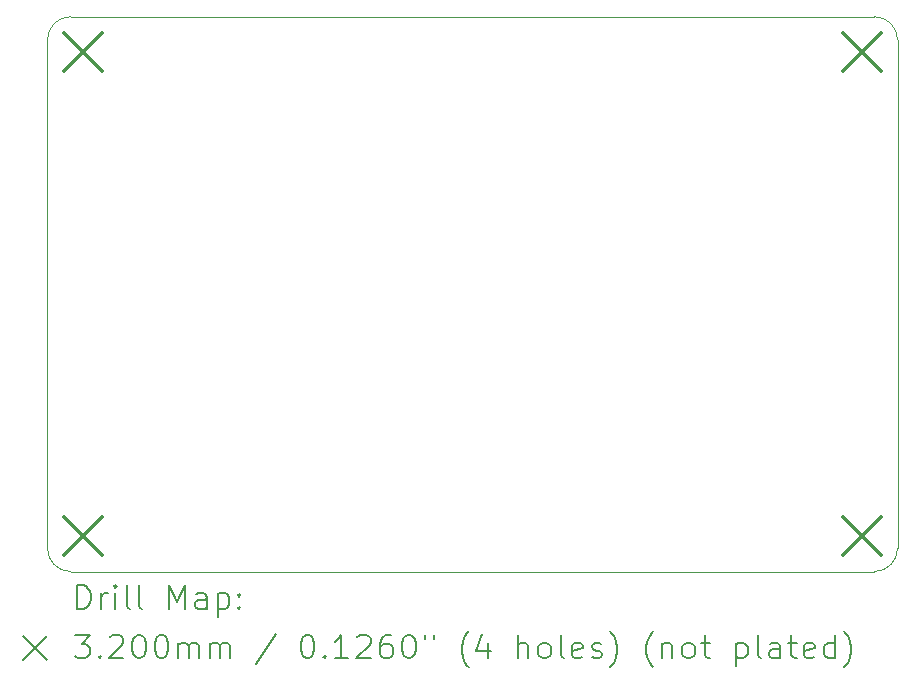
<source format=gbr>
%FSLAX45Y45*%
G04 Gerber Fmt 4.5, Leading zero omitted, Abs format (unit mm)*
G04 Created by KiCad (PCBNEW (6.0.2)) date 2022-03-17 13:32:33*
%MOMM*%
%LPD*%
G01*
G04 APERTURE LIST*
%TA.AperFunction,Profile*%
%ADD10C,0.100000*%
%TD*%
%ADD11C,0.200000*%
%ADD12C,0.320000*%
G04 APERTURE END LIST*
D10*
X12200000Y-12600000D02*
X19000000Y-12600000D01*
X12200000Y-7900000D02*
G75*
G03*
X12000000Y-8100000I0J-200000D01*
G01*
X12200000Y-7900000D02*
X19000000Y-7900000D01*
X19200000Y-8100000D02*
G75*
G03*
X19000000Y-7900000I-200000J0D01*
G01*
X12000000Y-12400000D02*
X12000000Y-8100000D01*
X12000000Y-12400000D02*
G75*
G03*
X12200000Y-12600000I200000J0D01*
G01*
X19000000Y-12600000D02*
G75*
G03*
X19200000Y-12400000I0J200000D01*
G01*
X19200000Y-8100000D02*
X19200000Y-12400000D01*
D11*
D12*
X12140000Y-8040000D02*
X12460000Y-8360000D01*
X12460000Y-8040000D02*
X12140000Y-8360000D01*
X12140000Y-12140000D02*
X12460000Y-12460000D01*
X12460000Y-12140000D02*
X12140000Y-12460000D01*
X18740000Y-8040000D02*
X19060000Y-8360000D01*
X19060000Y-8040000D02*
X18740000Y-8360000D01*
X18740000Y-12140000D02*
X19060000Y-12460000D01*
X19060000Y-12140000D02*
X18740000Y-12460000D01*
D11*
X12252619Y-12915476D02*
X12252619Y-12715476D01*
X12300238Y-12715476D01*
X12328809Y-12725000D01*
X12347857Y-12744048D01*
X12357381Y-12763095D01*
X12366905Y-12801190D01*
X12366905Y-12829762D01*
X12357381Y-12867857D01*
X12347857Y-12886905D01*
X12328809Y-12905952D01*
X12300238Y-12915476D01*
X12252619Y-12915476D01*
X12452619Y-12915476D02*
X12452619Y-12782143D01*
X12452619Y-12820238D02*
X12462143Y-12801190D01*
X12471667Y-12791667D01*
X12490714Y-12782143D01*
X12509762Y-12782143D01*
X12576428Y-12915476D02*
X12576428Y-12782143D01*
X12576428Y-12715476D02*
X12566905Y-12725000D01*
X12576428Y-12734524D01*
X12585952Y-12725000D01*
X12576428Y-12715476D01*
X12576428Y-12734524D01*
X12700238Y-12915476D02*
X12681190Y-12905952D01*
X12671667Y-12886905D01*
X12671667Y-12715476D01*
X12805000Y-12915476D02*
X12785952Y-12905952D01*
X12776428Y-12886905D01*
X12776428Y-12715476D01*
X13033571Y-12915476D02*
X13033571Y-12715476D01*
X13100238Y-12858333D01*
X13166905Y-12715476D01*
X13166905Y-12915476D01*
X13347857Y-12915476D02*
X13347857Y-12810714D01*
X13338333Y-12791667D01*
X13319286Y-12782143D01*
X13281190Y-12782143D01*
X13262143Y-12791667D01*
X13347857Y-12905952D02*
X13328809Y-12915476D01*
X13281190Y-12915476D01*
X13262143Y-12905952D01*
X13252619Y-12886905D01*
X13252619Y-12867857D01*
X13262143Y-12848809D01*
X13281190Y-12839286D01*
X13328809Y-12839286D01*
X13347857Y-12829762D01*
X13443095Y-12782143D02*
X13443095Y-12982143D01*
X13443095Y-12791667D02*
X13462143Y-12782143D01*
X13500238Y-12782143D01*
X13519286Y-12791667D01*
X13528809Y-12801190D01*
X13538333Y-12820238D01*
X13538333Y-12877381D01*
X13528809Y-12896428D01*
X13519286Y-12905952D01*
X13500238Y-12915476D01*
X13462143Y-12915476D01*
X13443095Y-12905952D01*
X13624048Y-12896428D02*
X13633571Y-12905952D01*
X13624048Y-12915476D01*
X13614524Y-12905952D01*
X13624048Y-12896428D01*
X13624048Y-12915476D01*
X13624048Y-12791667D02*
X13633571Y-12801190D01*
X13624048Y-12810714D01*
X13614524Y-12801190D01*
X13624048Y-12791667D01*
X13624048Y-12810714D01*
X11795000Y-13145000D02*
X11995000Y-13345000D01*
X11995000Y-13145000D02*
X11795000Y-13345000D01*
X12233571Y-13135476D02*
X12357381Y-13135476D01*
X12290714Y-13211667D01*
X12319286Y-13211667D01*
X12338333Y-13221190D01*
X12347857Y-13230714D01*
X12357381Y-13249762D01*
X12357381Y-13297381D01*
X12347857Y-13316428D01*
X12338333Y-13325952D01*
X12319286Y-13335476D01*
X12262143Y-13335476D01*
X12243095Y-13325952D01*
X12233571Y-13316428D01*
X12443095Y-13316428D02*
X12452619Y-13325952D01*
X12443095Y-13335476D01*
X12433571Y-13325952D01*
X12443095Y-13316428D01*
X12443095Y-13335476D01*
X12528809Y-13154524D02*
X12538333Y-13145000D01*
X12557381Y-13135476D01*
X12605000Y-13135476D01*
X12624048Y-13145000D01*
X12633571Y-13154524D01*
X12643095Y-13173571D01*
X12643095Y-13192619D01*
X12633571Y-13221190D01*
X12519286Y-13335476D01*
X12643095Y-13335476D01*
X12766905Y-13135476D02*
X12785952Y-13135476D01*
X12805000Y-13145000D01*
X12814524Y-13154524D01*
X12824048Y-13173571D01*
X12833571Y-13211667D01*
X12833571Y-13259286D01*
X12824048Y-13297381D01*
X12814524Y-13316428D01*
X12805000Y-13325952D01*
X12785952Y-13335476D01*
X12766905Y-13335476D01*
X12747857Y-13325952D01*
X12738333Y-13316428D01*
X12728809Y-13297381D01*
X12719286Y-13259286D01*
X12719286Y-13211667D01*
X12728809Y-13173571D01*
X12738333Y-13154524D01*
X12747857Y-13145000D01*
X12766905Y-13135476D01*
X12957381Y-13135476D02*
X12976428Y-13135476D01*
X12995476Y-13145000D01*
X13005000Y-13154524D01*
X13014524Y-13173571D01*
X13024048Y-13211667D01*
X13024048Y-13259286D01*
X13014524Y-13297381D01*
X13005000Y-13316428D01*
X12995476Y-13325952D01*
X12976428Y-13335476D01*
X12957381Y-13335476D01*
X12938333Y-13325952D01*
X12928809Y-13316428D01*
X12919286Y-13297381D01*
X12909762Y-13259286D01*
X12909762Y-13211667D01*
X12919286Y-13173571D01*
X12928809Y-13154524D01*
X12938333Y-13145000D01*
X12957381Y-13135476D01*
X13109762Y-13335476D02*
X13109762Y-13202143D01*
X13109762Y-13221190D02*
X13119286Y-13211667D01*
X13138333Y-13202143D01*
X13166905Y-13202143D01*
X13185952Y-13211667D01*
X13195476Y-13230714D01*
X13195476Y-13335476D01*
X13195476Y-13230714D02*
X13205000Y-13211667D01*
X13224048Y-13202143D01*
X13252619Y-13202143D01*
X13271667Y-13211667D01*
X13281190Y-13230714D01*
X13281190Y-13335476D01*
X13376428Y-13335476D02*
X13376428Y-13202143D01*
X13376428Y-13221190D02*
X13385952Y-13211667D01*
X13405000Y-13202143D01*
X13433571Y-13202143D01*
X13452619Y-13211667D01*
X13462143Y-13230714D01*
X13462143Y-13335476D01*
X13462143Y-13230714D02*
X13471667Y-13211667D01*
X13490714Y-13202143D01*
X13519286Y-13202143D01*
X13538333Y-13211667D01*
X13547857Y-13230714D01*
X13547857Y-13335476D01*
X13938333Y-13125952D02*
X13766905Y-13383095D01*
X14195476Y-13135476D02*
X14214524Y-13135476D01*
X14233571Y-13145000D01*
X14243095Y-13154524D01*
X14252619Y-13173571D01*
X14262143Y-13211667D01*
X14262143Y-13259286D01*
X14252619Y-13297381D01*
X14243095Y-13316428D01*
X14233571Y-13325952D01*
X14214524Y-13335476D01*
X14195476Y-13335476D01*
X14176428Y-13325952D01*
X14166905Y-13316428D01*
X14157381Y-13297381D01*
X14147857Y-13259286D01*
X14147857Y-13211667D01*
X14157381Y-13173571D01*
X14166905Y-13154524D01*
X14176428Y-13145000D01*
X14195476Y-13135476D01*
X14347857Y-13316428D02*
X14357381Y-13325952D01*
X14347857Y-13335476D01*
X14338333Y-13325952D01*
X14347857Y-13316428D01*
X14347857Y-13335476D01*
X14547857Y-13335476D02*
X14433571Y-13335476D01*
X14490714Y-13335476D02*
X14490714Y-13135476D01*
X14471667Y-13164048D01*
X14452619Y-13183095D01*
X14433571Y-13192619D01*
X14624048Y-13154524D02*
X14633571Y-13145000D01*
X14652619Y-13135476D01*
X14700238Y-13135476D01*
X14719286Y-13145000D01*
X14728809Y-13154524D01*
X14738333Y-13173571D01*
X14738333Y-13192619D01*
X14728809Y-13221190D01*
X14614524Y-13335476D01*
X14738333Y-13335476D01*
X14909762Y-13135476D02*
X14871667Y-13135476D01*
X14852619Y-13145000D01*
X14843095Y-13154524D01*
X14824048Y-13183095D01*
X14814524Y-13221190D01*
X14814524Y-13297381D01*
X14824048Y-13316428D01*
X14833571Y-13325952D01*
X14852619Y-13335476D01*
X14890714Y-13335476D01*
X14909762Y-13325952D01*
X14919286Y-13316428D01*
X14928809Y-13297381D01*
X14928809Y-13249762D01*
X14919286Y-13230714D01*
X14909762Y-13221190D01*
X14890714Y-13211667D01*
X14852619Y-13211667D01*
X14833571Y-13221190D01*
X14824048Y-13230714D01*
X14814524Y-13249762D01*
X15052619Y-13135476D02*
X15071667Y-13135476D01*
X15090714Y-13145000D01*
X15100238Y-13154524D01*
X15109762Y-13173571D01*
X15119286Y-13211667D01*
X15119286Y-13259286D01*
X15109762Y-13297381D01*
X15100238Y-13316428D01*
X15090714Y-13325952D01*
X15071667Y-13335476D01*
X15052619Y-13335476D01*
X15033571Y-13325952D01*
X15024048Y-13316428D01*
X15014524Y-13297381D01*
X15005000Y-13259286D01*
X15005000Y-13211667D01*
X15014524Y-13173571D01*
X15024048Y-13154524D01*
X15033571Y-13145000D01*
X15052619Y-13135476D01*
X15195476Y-13135476D02*
X15195476Y-13173571D01*
X15271667Y-13135476D02*
X15271667Y-13173571D01*
X15566905Y-13411667D02*
X15557381Y-13402143D01*
X15538333Y-13373571D01*
X15528809Y-13354524D01*
X15519286Y-13325952D01*
X15509762Y-13278333D01*
X15509762Y-13240238D01*
X15519286Y-13192619D01*
X15528809Y-13164048D01*
X15538333Y-13145000D01*
X15557381Y-13116428D01*
X15566905Y-13106905D01*
X15728809Y-13202143D02*
X15728809Y-13335476D01*
X15681190Y-13125952D02*
X15633571Y-13268809D01*
X15757381Y-13268809D01*
X15985952Y-13335476D02*
X15985952Y-13135476D01*
X16071667Y-13335476D02*
X16071667Y-13230714D01*
X16062143Y-13211667D01*
X16043095Y-13202143D01*
X16014524Y-13202143D01*
X15995476Y-13211667D01*
X15985952Y-13221190D01*
X16195476Y-13335476D02*
X16176428Y-13325952D01*
X16166905Y-13316428D01*
X16157381Y-13297381D01*
X16157381Y-13240238D01*
X16166905Y-13221190D01*
X16176428Y-13211667D01*
X16195476Y-13202143D01*
X16224048Y-13202143D01*
X16243095Y-13211667D01*
X16252619Y-13221190D01*
X16262143Y-13240238D01*
X16262143Y-13297381D01*
X16252619Y-13316428D01*
X16243095Y-13325952D01*
X16224048Y-13335476D01*
X16195476Y-13335476D01*
X16376428Y-13335476D02*
X16357381Y-13325952D01*
X16347857Y-13306905D01*
X16347857Y-13135476D01*
X16528809Y-13325952D02*
X16509762Y-13335476D01*
X16471667Y-13335476D01*
X16452619Y-13325952D01*
X16443095Y-13306905D01*
X16443095Y-13230714D01*
X16452619Y-13211667D01*
X16471667Y-13202143D01*
X16509762Y-13202143D01*
X16528809Y-13211667D01*
X16538333Y-13230714D01*
X16538333Y-13249762D01*
X16443095Y-13268809D01*
X16614524Y-13325952D02*
X16633571Y-13335476D01*
X16671667Y-13335476D01*
X16690714Y-13325952D01*
X16700238Y-13306905D01*
X16700238Y-13297381D01*
X16690714Y-13278333D01*
X16671667Y-13268809D01*
X16643095Y-13268809D01*
X16624048Y-13259286D01*
X16614524Y-13240238D01*
X16614524Y-13230714D01*
X16624048Y-13211667D01*
X16643095Y-13202143D01*
X16671667Y-13202143D01*
X16690714Y-13211667D01*
X16766905Y-13411667D02*
X16776428Y-13402143D01*
X16795476Y-13373571D01*
X16805000Y-13354524D01*
X16814524Y-13325952D01*
X16824048Y-13278333D01*
X16824048Y-13240238D01*
X16814524Y-13192619D01*
X16805000Y-13164048D01*
X16795476Y-13145000D01*
X16776428Y-13116428D01*
X16766905Y-13106905D01*
X17128810Y-13411667D02*
X17119286Y-13402143D01*
X17100238Y-13373571D01*
X17090714Y-13354524D01*
X17081190Y-13325952D01*
X17071667Y-13278333D01*
X17071667Y-13240238D01*
X17081190Y-13192619D01*
X17090714Y-13164048D01*
X17100238Y-13145000D01*
X17119286Y-13116428D01*
X17128810Y-13106905D01*
X17205000Y-13202143D02*
X17205000Y-13335476D01*
X17205000Y-13221190D02*
X17214524Y-13211667D01*
X17233571Y-13202143D01*
X17262143Y-13202143D01*
X17281190Y-13211667D01*
X17290714Y-13230714D01*
X17290714Y-13335476D01*
X17414524Y-13335476D02*
X17395476Y-13325952D01*
X17385952Y-13316428D01*
X17376429Y-13297381D01*
X17376429Y-13240238D01*
X17385952Y-13221190D01*
X17395476Y-13211667D01*
X17414524Y-13202143D01*
X17443095Y-13202143D01*
X17462143Y-13211667D01*
X17471667Y-13221190D01*
X17481190Y-13240238D01*
X17481190Y-13297381D01*
X17471667Y-13316428D01*
X17462143Y-13325952D01*
X17443095Y-13335476D01*
X17414524Y-13335476D01*
X17538333Y-13202143D02*
X17614524Y-13202143D01*
X17566905Y-13135476D02*
X17566905Y-13306905D01*
X17576429Y-13325952D01*
X17595476Y-13335476D01*
X17614524Y-13335476D01*
X17833571Y-13202143D02*
X17833571Y-13402143D01*
X17833571Y-13211667D02*
X17852619Y-13202143D01*
X17890714Y-13202143D01*
X17909762Y-13211667D01*
X17919286Y-13221190D01*
X17928810Y-13240238D01*
X17928810Y-13297381D01*
X17919286Y-13316428D01*
X17909762Y-13325952D01*
X17890714Y-13335476D01*
X17852619Y-13335476D01*
X17833571Y-13325952D01*
X18043095Y-13335476D02*
X18024048Y-13325952D01*
X18014524Y-13306905D01*
X18014524Y-13135476D01*
X18205000Y-13335476D02*
X18205000Y-13230714D01*
X18195476Y-13211667D01*
X18176429Y-13202143D01*
X18138333Y-13202143D01*
X18119286Y-13211667D01*
X18205000Y-13325952D02*
X18185952Y-13335476D01*
X18138333Y-13335476D01*
X18119286Y-13325952D01*
X18109762Y-13306905D01*
X18109762Y-13287857D01*
X18119286Y-13268809D01*
X18138333Y-13259286D01*
X18185952Y-13259286D01*
X18205000Y-13249762D01*
X18271667Y-13202143D02*
X18347857Y-13202143D01*
X18300238Y-13135476D02*
X18300238Y-13306905D01*
X18309762Y-13325952D01*
X18328810Y-13335476D01*
X18347857Y-13335476D01*
X18490714Y-13325952D02*
X18471667Y-13335476D01*
X18433571Y-13335476D01*
X18414524Y-13325952D01*
X18405000Y-13306905D01*
X18405000Y-13230714D01*
X18414524Y-13211667D01*
X18433571Y-13202143D01*
X18471667Y-13202143D01*
X18490714Y-13211667D01*
X18500238Y-13230714D01*
X18500238Y-13249762D01*
X18405000Y-13268809D01*
X18671667Y-13335476D02*
X18671667Y-13135476D01*
X18671667Y-13325952D02*
X18652619Y-13335476D01*
X18614524Y-13335476D01*
X18595476Y-13325952D01*
X18585952Y-13316428D01*
X18576429Y-13297381D01*
X18576429Y-13240238D01*
X18585952Y-13221190D01*
X18595476Y-13211667D01*
X18614524Y-13202143D01*
X18652619Y-13202143D01*
X18671667Y-13211667D01*
X18747857Y-13411667D02*
X18757381Y-13402143D01*
X18776429Y-13373571D01*
X18785952Y-13354524D01*
X18795476Y-13325952D01*
X18805000Y-13278333D01*
X18805000Y-13240238D01*
X18795476Y-13192619D01*
X18785952Y-13164048D01*
X18776429Y-13145000D01*
X18757381Y-13116428D01*
X18747857Y-13106905D01*
M02*

</source>
